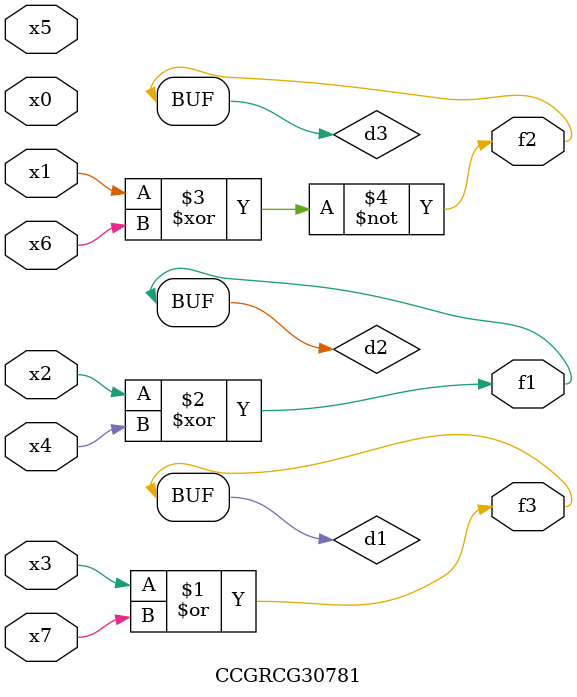
<source format=v>
module CCGRCG30781(
	input x0, x1, x2, x3, x4, x5, x6, x7,
	output f1, f2, f3
);

	wire d1, d2, d3;

	or (d1, x3, x7);
	xor (d2, x2, x4);
	xnor (d3, x1, x6);
	assign f1 = d2;
	assign f2 = d3;
	assign f3 = d1;
endmodule

</source>
